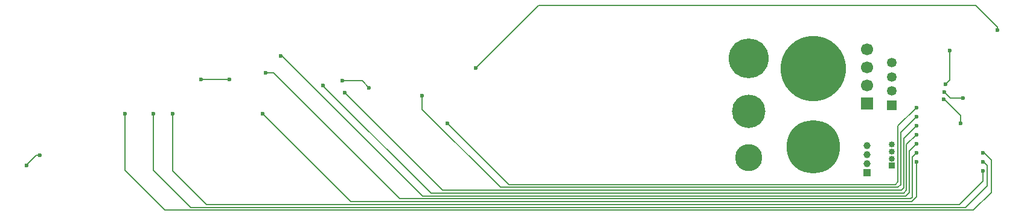
<source format=gbl>
G04 #@! TF.GenerationSoftware,KiCad,Pcbnew,9.0.3*
G04 #@! TF.CreationDate,2025-08-19T12:47:57+01:00*
G04 #@! TF.ProjectId,PCB_RULER_IPRL_2025,5043425f-5255-44c4-9552-5f4950524c5f,rev?*
G04 #@! TF.SameCoordinates,Original*
G04 #@! TF.FileFunction,Copper,L2,Bot*
G04 #@! TF.FilePolarity,Positive*
%FSLAX46Y46*%
G04 Gerber Fmt 4.6, Leading zero omitted, Abs format (unit mm)*
G04 Created by KiCad (PCBNEW 9.0.3) date 2025-08-19 12:47:57*
%MOMM*%
%LPD*%
G01*
G04 APERTURE LIST*
G04 #@! TA.AperFunction,ComponentPad*
%ADD10C,5.700000*%
G04 #@! TD*
G04 #@! TA.AperFunction,ConnectorPad*
%ADD11C,9.200000*%
G04 #@! TD*
G04 #@! TA.AperFunction,ComponentPad*
%ADD12C,4.700000*%
G04 #@! TD*
G04 #@! TA.AperFunction,ConnectorPad*
%ADD13C,7.500000*%
G04 #@! TD*
G04 #@! TA.AperFunction,ComponentPad*
%ADD14R,1.000000X1.000000*%
G04 #@! TD*
G04 #@! TA.AperFunction,ComponentPad*
%ADD15C,1.000000*%
G04 #@! TD*
G04 #@! TA.AperFunction,ComponentPad*
%ADD16C,2.600000*%
G04 #@! TD*
G04 #@! TA.AperFunction,ConnectorPad*
%ADD17C,3.800000*%
G04 #@! TD*
G04 #@! TA.AperFunction,ComponentPad*
%ADD18R,1.350000X1.350000*%
G04 #@! TD*
G04 #@! TA.AperFunction,ComponentPad*
%ADD19C,1.350000*%
G04 #@! TD*
G04 #@! TA.AperFunction,ComponentPad*
%ADD20C,3.100000*%
G04 #@! TD*
G04 #@! TA.AperFunction,ConnectorPad*
%ADD21C,4.700000*%
G04 #@! TD*
G04 #@! TA.AperFunction,ComponentPad*
%ADD22R,1.700000X1.700000*%
G04 #@! TD*
G04 #@! TA.AperFunction,ComponentPad*
%ADD23C,1.700000*%
G04 #@! TD*
G04 #@! TA.AperFunction,ComponentPad*
%ADD24R,0.850000X0.850000*%
G04 #@! TD*
G04 #@! TA.AperFunction,ComponentPad*
%ADD25C,0.850000*%
G04 #@! TD*
G04 #@! TA.AperFunction,ComponentPad*
%ADD26C,3.600000*%
G04 #@! TD*
G04 #@! TA.AperFunction,ConnectorPad*
%ADD27C,5.600000*%
G04 #@! TD*
G04 #@! TA.AperFunction,ViaPad*
%ADD28C,0.600000*%
G04 #@! TD*
G04 #@! TA.AperFunction,Conductor*
%ADD29C,0.200000*%
G04 #@! TD*
G04 APERTURE END LIST*
D10*
X194000000Y-94500000D03*
D11*
X194000000Y-94500000D03*
D12*
X194000000Y-105500000D03*
D13*
X194000000Y-105500000D03*
D14*
X201600000Y-109100000D03*
D15*
X201600000Y-107830000D03*
X201600000Y-106560000D03*
X201600000Y-105290000D03*
D16*
X185000000Y-107000000D03*
D17*
X185000000Y-107000000D03*
D18*
X205000000Y-99650000D03*
D19*
X205000000Y-97650000D03*
X205000000Y-95650000D03*
X205000000Y-93650000D03*
D20*
X185000000Y-100500000D03*
D21*
X185000000Y-100500000D03*
D22*
X201600000Y-99400000D03*
D23*
X201600000Y-96860000D03*
X201600000Y-94320000D03*
X201600000Y-91780000D03*
D24*
X205000000Y-108150000D03*
D25*
X205000000Y-107150000D03*
X205000000Y-106150000D03*
X205000000Y-105150000D03*
D26*
X185000000Y-93000000D03*
D27*
X185000000Y-93000000D03*
D28*
X212550000Y-96720000D03*
X213200000Y-91950000D03*
X212400000Y-97800000D03*
X212400000Y-97800000D03*
X215050000Y-98650000D03*
X217800000Y-107580000D03*
X101500000Y-100800000D03*
X108150000Y-96000000D03*
X131700000Y-97150000D03*
X127950000Y-96200000D03*
X112150000Y-96000000D03*
X146700000Y-94400000D03*
X219850000Y-89100000D03*
X217800000Y-106310000D03*
X97500000Y-100800000D03*
X208500000Y-103770000D03*
X125300000Y-96850000D03*
X139150000Y-98250000D03*
X208500000Y-101250000D03*
X208500000Y-105040000D03*
X119350000Y-92700000D03*
X208500000Y-107580000D03*
X116800000Y-100800000D03*
X208500000Y-106310000D03*
X117200000Y-95050000D03*
X104200000Y-100800000D03*
X217800000Y-108850000D03*
X128350000Y-97900000D03*
X208500000Y-102500000D03*
X142750000Y-102150000D03*
X208500000Y-99950000D03*
X85550000Y-106650000D03*
X83700000Y-108100000D03*
X214700000Y-102150000D03*
X212300000Y-98800000D03*
D29*
X213200000Y-91950000D02*
X213200000Y-96070000D01*
X213200000Y-96070000D02*
X212550000Y-96720000D01*
X215050000Y-98650000D02*
X213250000Y-98650000D01*
X213250000Y-98650000D02*
X212400000Y-97800000D01*
X218400000Y-108100000D02*
X218400000Y-110950000D01*
X215352000Y-113998000D02*
X106748000Y-113998000D01*
X217800000Y-107580000D02*
X217880000Y-107580000D01*
X218400000Y-110950000D02*
X215352000Y-113998000D01*
X217880000Y-107580000D02*
X218400000Y-108100000D01*
X101500000Y-108750000D02*
X101500000Y-100800000D01*
X106748000Y-113998000D02*
X101500000Y-108750000D01*
X219850000Y-89100000D02*
X219850000Y-88650000D01*
X216800000Y-85600000D02*
X204302000Y-85600000D01*
X204302000Y-85600000D02*
X204301000Y-85601000D01*
X146700000Y-94400000D02*
X155499000Y-85601000D01*
X130750000Y-96200000D02*
X127950000Y-96200000D01*
X155499000Y-85601000D02*
X204301000Y-85601000D01*
X108150000Y-96000000D02*
X112150000Y-96000000D01*
X131700000Y-97150000D02*
X130750000Y-96200000D01*
X219850000Y-88650000D02*
X216800000Y-85600000D01*
X219000000Y-111900000D02*
X216501000Y-114399000D01*
X217960000Y-106310000D02*
X219000000Y-107350000D01*
X103099000Y-114399000D02*
X97500000Y-108800000D01*
X97500000Y-108800000D02*
X97500000Y-100750000D01*
X217800000Y-106310000D02*
X217960000Y-106310000D01*
X216501000Y-114399000D02*
X103099000Y-114399000D01*
X219000000Y-107350000D02*
X219000000Y-111900000D01*
X207097000Y-105173000D02*
X207097000Y-111603000D01*
X206707000Y-111993000D02*
X140393000Y-111993000D01*
X140393000Y-111993000D02*
X125300000Y-96900000D01*
X207097000Y-111603000D02*
X206707000Y-111993000D01*
X208500000Y-103770000D02*
X207097000Y-105173000D01*
X125300000Y-96900000D02*
X125300000Y-96850000D01*
X206295000Y-110805000D02*
X205909000Y-111191000D01*
X206295000Y-103455000D02*
X206295000Y-110805000D01*
X205909000Y-111191000D02*
X150141000Y-111191000D01*
X208500000Y-101250000D02*
X206295000Y-103455000D01*
X150141000Y-111191000D02*
X139150000Y-100200000D01*
X139150000Y-100200000D02*
X139150000Y-98250000D01*
X207498000Y-106042000D02*
X208500000Y-105040000D01*
X119550000Y-92700000D02*
X139244000Y-112394000D01*
X119350000Y-92700000D02*
X119550000Y-92700000D01*
X207498000Y-111902000D02*
X207498000Y-106042000D01*
X139244000Y-112394000D02*
X207006000Y-112394000D01*
X207006000Y-112394000D02*
X207498000Y-111902000D01*
X207854000Y-113196000D02*
X129196000Y-113196000D01*
X129196000Y-113196000D02*
X116800000Y-100800000D01*
X208500000Y-112550000D02*
X207854000Y-113196000D01*
X208500000Y-107580000D02*
X208500000Y-112550000D01*
X136045000Y-112795000D02*
X207687900Y-112795000D01*
X208489000Y-106310000D02*
X207899000Y-106900000D01*
X117200000Y-95050000D02*
X118300000Y-95050000D01*
X118300000Y-95050000D02*
X136045000Y-112795000D01*
X208500000Y-106310000D02*
X208489000Y-106310000D01*
X207687900Y-112795000D02*
X207899000Y-112583900D01*
X207899000Y-112583900D02*
X207899000Y-106900000D01*
X217800000Y-110300000D02*
X214503000Y-113597000D01*
X214503000Y-113597000D02*
X108947000Y-113597000D01*
X104200000Y-108850000D02*
X104200000Y-100900000D01*
X108947000Y-113597000D02*
X104200000Y-108850000D01*
X217800000Y-108850000D02*
X217800000Y-110300000D01*
X206358000Y-111592000D02*
X206696000Y-111254000D01*
X206696000Y-111254000D02*
X206696000Y-104304000D01*
X142042000Y-111592000D02*
X206358000Y-111592000D01*
X128350000Y-97900000D02*
X142042000Y-111592000D01*
X206696000Y-104304000D02*
X208500000Y-102500000D01*
X205894000Y-110406000D02*
X205894000Y-102556000D01*
X142750000Y-102150000D02*
X151390000Y-110790000D01*
X158290000Y-110790000D02*
X205510000Y-110790000D01*
X205510000Y-110790000D02*
X205894000Y-110406000D01*
X151390000Y-110790000D02*
X158290000Y-110790000D01*
X205894000Y-102556000D02*
X208500000Y-99950000D01*
X83700000Y-108000000D02*
X83700000Y-108100000D01*
X85050000Y-106650000D02*
X83700000Y-108000000D01*
X85550000Y-106650000D02*
X85050000Y-106650000D01*
X212400000Y-98800000D02*
X214700000Y-101100000D01*
X212300000Y-98800000D02*
X212400000Y-98800000D01*
X214700000Y-101100000D02*
X214700000Y-102150000D01*
M02*

</source>
